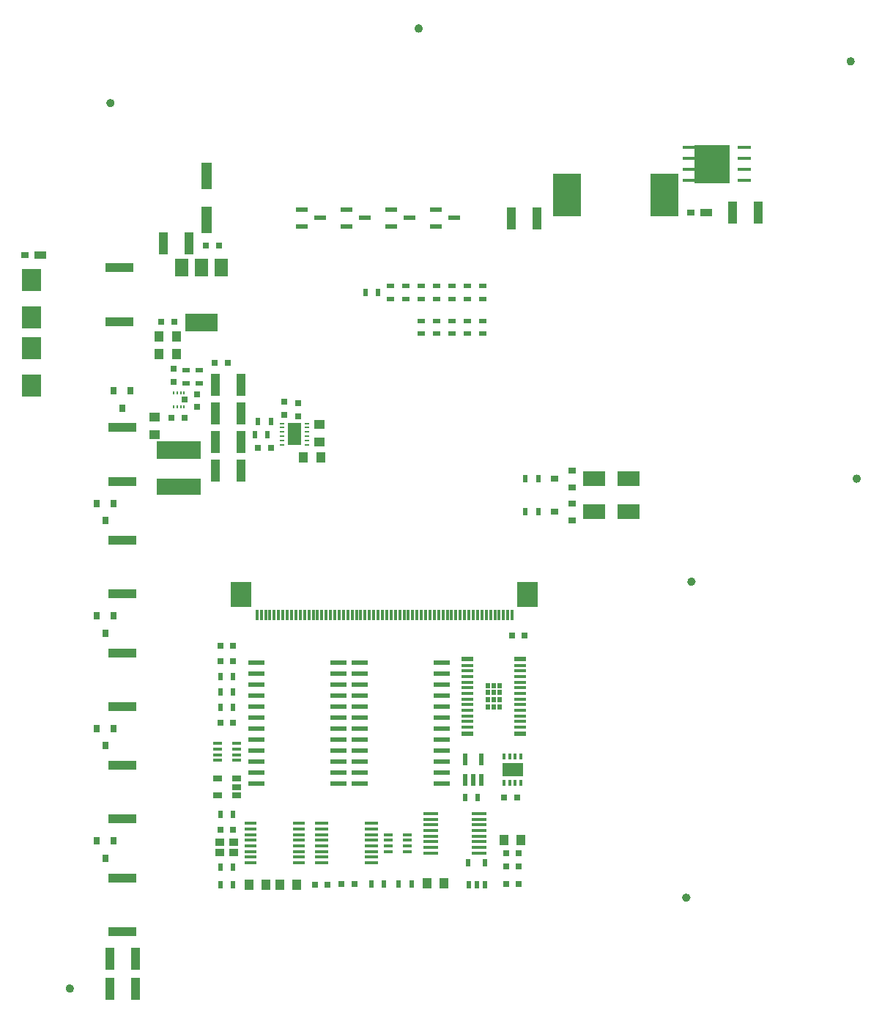
<source format=gtp>
G04 #@! TF.GenerationSoftware,KiCad,Pcbnew,(5.1.6-0-10_14)*
G04 #@! TF.CreationDate,2021-12-06T16:22:22+09:00*
G04 #@! TF.ProjectId,qPCR-main,71504352-2d6d-4616-996e-2e6b69636164,rev?*
G04 #@! TF.SameCoordinates,Original*
G04 #@! TF.FileFunction,Paste,Top*
G04 #@! TF.FilePolarity,Positive*
%FSLAX46Y46*%
G04 Gerber Fmt 4.6, Leading zero omitted, Abs format (unit mm)*
G04 Created by KiCad (PCBNEW (5.1.6-0-10_14)) date 2021-12-06 16:22:22*
%MOMM*%
%LPD*%
G01*
G04 APERTURE LIST*
%ADD10C,0.475000*%
%ADD11C,0.100000*%
%ADD12R,1.000000X1.250000*%
%ADD13R,0.800000X0.750000*%
%ADD14R,1.397000X0.889000*%
%ADD15R,0.863600X0.762000*%
%ADD16R,1.320800X0.558800*%
%ADD17R,1.676400X0.355600*%
%ADD18R,1.350000X0.600000*%
%ADD19R,1.350000X0.400000*%
%ADD20R,3.200000X1.000000*%
%ADD21R,0.800000X0.900000*%
%ADD22R,0.750000X0.800000*%
%ADD23R,1.000000X2.500000*%
%ADD24R,1.250000X1.000000*%
%ADD25R,2.300000X2.500000*%
%ADD26R,0.711200X0.678200*%
%ADD27R,0.200000X0.457200*%
%ADD28R,0.499999X0.249999*%
%ADD29R,1.500000X2.500000*%
%ADD30R,0.900000X0.500000*%
%ADD31R,0.500000X0.900000*%
%ADD32R,5.100000X2.100000*%
%ADD33R,5.100000X1.900000*%
%ADD34R,1.570000X0.410000*%
%ADD35R,1.473200X0.355600*%
%ADD36R,1.000000X0.900000*%
%ADD37R,1.060000X0.650000*%
%ADD38R,1.060000X0.400000*%
%ADD39R,1.500000X2.000000*%
%ADD40R,3.800000X2.000000*%
%ADD41R,2.400000X3.000000*%
%ADD42R,0.300000X1.250000*%
%ADD43R,0.508000X0.825500*%
%ADD44R,1.219200X3.098800*%
%ADD45R,0.558800X1.473200*%
%ADD46R,2.500000X1.800000*%
%ADD47R,0.900000X0.800000*%
%ADD48R,2.400000X1.500000*%
%ADD49R,0.350000X0.650000*%
%ADD50R,1.879600X0.558800*%
%ADD51R,1.516000X0.457200*%
%ADD52R,3.250000X5.000000*%
G04 APERTURE END LIST*
D10*
X159377500Y-137010000D02*
G75*
G03*
X159377500Y-137010000I-237500J0D01*
G01*
X159977500Y-100510000D02*
G75*
G03*
X159977500Y-100510000I-237500J0D01*
G01*
X179077500Y-88610000D02*
G75*
G03*
X179077500Y-88610000I-237500J0D01*
G01*
X178377500Y-40410000D02*
G75*
G03*
X178377500Y-40410000I-237500J0D01*
G01*
X128447500Y-36610000D02*
G75*
G03*
X128447500Y-36610000I-237500J0D01*
G01*
X88137500Y-147500000D02*
G75*
G03*
X88137500Y-147500000I-237500J0D01*
G01*
X92827500Y-45230000D02*
G75*
G03*
X92827500Y-45230000I-237500J0D01*
G01*
D11*
G36*
X136453532Y-114660000D02*
G01*
X136453532Y-115260000D01*
X135953532Y-115260000D01*
X135953532Y-114660000D01*
X136453532Y-114660000D01*
G37*
G36*
X137853532Y-114660000D02*
G01*
X137853532Y-115260000D01*
X137353532Y-115260000D01*
X137353532Y-114660000D01*
X137853532Y-114660000D01*
G37*
G36*
X137853532Y-113840000D02*
G01*
X137853532Y-114440000D01*
X137353532Y-114440000D01*
X137353532Y-113840000D01*
X137853532Y-113840000D01*
G37*
G36*
X136453532Y-113840000D02*
G01*
X136453532Y-114440000D01*
X135953532Y-114440000D01*
X135953532Y-113840000D01*
X136453532Y-113840000D01*
G37*
G36*
X137153532Y-113840000D02*
G01*
X137153532Y-114440000D01*
X136653532Y-114440000D01*
X136653532Y-113840000D01*
X137153532Y-113840000D01*
G37*
G36*
X137153532Y-114660000D02*
G01*
X137153532Y-115260000D01*
X136653532Y-115260000D01*
X136653532Y-114660000D01*
X137153532Y-114660000D01*
G37*
G36*
X136453532Y-112200000D02*
G01*
X136453532Y-112800000D01*
X135953532Y-112800000D01*
X135953532Y-112200000D01*
X136453532Y-112200000D01*
G37*
G36*
X137853532Y-112200000D02*
G01*
X137853532Y-112800000D01*
X137353532Y-112800000D01*
X137353532Y-112200000D01*
X137853532Y-112200000D01*
G37*
G36*
X137153532Y-112200000D02*
G01*
X137153532Y-112800000D01*
X136653532Y-112800000D01*
X136653532Y-112200000D01*
X137153532Y-112200000D01*
G37*
G36*
X137853532Y-113020000D02*
G01*
X137853532Y-113620000D01*
X137353532Y-113620000D01*
X137353532Y-113020000D01*
X137853532Y-113020000D01*
G37*
G36*
X136453532Y-113020000D02*
G01*
X136453532Y-113620000D01*
X135953532Y-113620000D01*
X135953532Y-113020000D01*
X136453532Y-113020000D01*
G37*
G36*
X137153532Y-113020000D02*
G01*
X137153532Y-113620000D01*
X136653532Y-113620000D01*
X136653532Y-113020000D01*
X137153532Y-113020000D01*
G37*
G36*
X160114600Y-54429000D02*
G01*
X164102400Y-54429000D01*
X164102400Y-50111000D01*
X160114600Y-50111000D01*
X160114600Y-54429000D01*
G37*
X160114600Y-54429000D02*
X164102400Y-54429000D01*
X164102400Y-50111000D01*
X160114600Y-50111000D01*
X160114600Y-54429000D01*
D12*
X116880000Y-86140000D03*
X114880000Y-86140000D03*
D13*
X104650000Y-75200000D03*
X106150000Y-75200000D03*
D14*
X84449300Y-62800000D03*
D15*
X82684000Y-62800000D03*
D16*
X116852200Y-58500000D03*
X114667800Y-59439800D03*
X114667800Y-57560200D03*
X122017200Y-58500000D03*
X119832800Y-59439800D03*
X119832800Y-57560200D03*
X130162800Y-57560200D03*
X130162800Y-59439800D03*
X132347200Y-58500000D03*
X124997800Y-57560200D03*
X124997800Y-59439800D03*
X127182200Y-58500000D03*
D17*
X135219400Y-127295001D03*
X135219400Y-127945002D03*
X135219400Y-128595001D03*
X135219400Y-129245002D03*
X135219400Y-129895001D03*
X135219400Y-130544999D03*
X135219400Y-131195001D03*
X135219400Y-131844999D03*
X129580600Y-131844999D03*
X129580600Y-131194998D03*
X129580600Y-130544999D03*
X129580600Y-129894998D03*
X129580600Y-129244999D03*
X129580600Y-128595001D03*
X129580600Y-127944999D03*
X129580600Y-127295001D03*
D13*
X106790000Y-109680000D03*
X105290000Y-109680000D03*
D18*
X139953532Y-109415000D03*
X133853532Y-109415000D03*
D19*
X139953532Y-110165000D03*
X133853532Y-110165000D03*
X139953532Y-110815000D03*
X133853532Y-110815000D03*
X139953532Y-111465000D03*
X133853532Y-111465000D03*
X139953532Y-112115000D03*
X133853532Y-112115000D03*
X139953532Y-112765000D03*
X133853532Y-112765000D03*
X139953532Y-113415000D03*
X133853532Y-113415000D03*
X139953532Y-114065000D03*
X133853532Y-114065000D03*
X139953532Y-114715000D03*
X133853532Y-114715000D03*
X139953532Y-115365000D03*
X133853532Y-115365000D03*
X139953532Y-116015000D03*
X133853532Y-116015000D03*
X139953532Y-116665000D03*
X133853532Y-116665000D03*
X139953532Y-117315000D03*
X133853532Y-117315000D03*
D18*
X139953532Y-118065000D03*
X133853532Y-118065000D03*
D20*
X93936000Y-82720000D03*
X93936000Y-88920000D03*
D21*
X92926000Y-91450000D03*
X91026000Y-91450000D03*
X91976000Y-93450000D03*
D13*
X111150000Y-85010000D03*
X109650000Y-85010000D03*
D22*
X114290000Y-79890000D03*
X114290000Y-81390000D03*
D23*
X107700000Y-84400000D03*
X104700000Y-84400000D03*
D24*
X116770000Y-84380000D03*
X116770000Y-82380000D03*
D22*
X112670000Y-81220000D03*
X112670000Y-79720000D03*
D23*
X104700000Y-87700000D03*
X107700000Y-87700000D03*
D25*
X83500000Y-65650000D03*
X83500000Y-69950000D03*
X83500000Y-73550000D03*
X83500000Y-77850000D03*
D26*
X101158000Y-79500000D03*
D27*
X99910001Y-78725000D03*
X100310000Y-78725000D03*
X100710000Y-78725000D03*
X101109999Y-78725000D03*
X101109999Y-80275000D03*
X100710000Y-80275000D03*
X100310000Y-80275000D03*
X99910001Y-80275000D03*
D28*
X112380000Y-82220000D03*
X112380000Y-82719999D03*
X112380000Y-83220000D03*
X112380000Y-83720000D03*
X112380000Y-84220001D03*
X112380000Y-84720000D03*
X115280000Y-84720000D03*
X115280000Y-84220001D03*
X115280000Y-83720000D03*
X115280000Y-83220000D03*
X115280000Y-82719999D03*
X115280000Y-82220000D03*
D29*
X113830000Y-83470000D03*
D13*
X99660000Y-81570000D03*
X101160000Y-81570000D03*
D24*
X97690000Y-83520000D03*
X97690000Y-81520000D03*
D23*
X95510000Y-144040000D03*
X92510000Y-144040000D03*
D22*
X102560000Y-80340000D03*
X102560000Y-78840000D03*
D21*
X91976000Y-106450000D03*
X91026000Y-104450000D03*
X92926000Y-104450000D03*
X93936000Y-80450000D03*
X92986000Y-78450000D03*
X94886000Y-78450000D03*
X91976000Y-132450000D03*
X91026000Y-130450000D03*
X92926000Y-130450000D03*
X92926000Y-117450000D03*
X91026000Y-117450000D03*
X91976000Y-119450000D03*
D23*
X104700000Y-81100000D03*
X107700000Y-81100000D03*
D20*
X93936000Y-101920000D03*
X93936000Y-95720000D03*
D30*
X101320000Y-77580000D03*
X101320000Y-76080000D03*
X102870000Y-76070000D03*
X102870000Y-77570000D03*
D31*
X111150000Y-81980000D03*
X109650000Y-81980000D03*
D20*
X93936000Y-134720000D03*
X93936000Y-140920000D03*
X93936000Y-127920000D03*
X93936000Y-121720000D03*
X93936000Y-108720000D03*
X93936000Y-114920000D03*
D31*
X109250000Y-83540000D03*
X110750000Y-83540000D03*
D20*
X93620000Y-70460000D03*
X93620000Y-64260000D03*
D31*
X105290000Y-135468000D03*
X106790000Y-135468000D03*
D12*
X114152000Y-135468000D03*
X112152000Y-135468000D03*
D32*
X100500000Y-85300000D03*
D33*
X100500000Y-89500000D03*
D12*
X110596000Y-135468000D03*
X108596000Y-135468000D03*
D13*
X98450000Y-70500000D03*
X99950000Y-70500000D03*
D12*
X100200000Y-72200000D03*
X98200000Y-72200000D03*
D22*
X99870000Y-75930000D03*
X99870000Y-77430000D03*
D23*
X92530000Y-147530000D03*
X95530000Y-147530000D03*
D12*
X100200000Y-74200000D03*
X98200000Y-74200000D03*
D34*
X122730000Y-128425000D03*
X122730000Y-129075000D03*
X122730000Y-129725000D03*
X122730000Y-130375000D03*
X122730000Y-131025000D03*
X122730000Y-131675000D03*
X122730000Y-132325000D03*
X122730000Y-132975000D03*
X116990000Y-132975000D03*
X116990000Y-132325000D03*
X116990000Y-131675000D03*
X116990000Y-131025000D03*
X116990000Y-130375000D03*
X116990000Y-129725000D03*
X116990000Y-129075000D03*
X116990000Y-128425000D03*
D35*
X114399400Y-128425001D03*
X114399400Y-129075002D03*
X114399400Y-129725001D03*
X114399400Y-130375002D03*
X114399400Y-131025001D03*
X114399400Y-131674999D03*
X114399400Y-132325001D03*
X114399400Y-132974999D03*
X108760600Y-132974999D03*
X108760600Y-132324998D03*
X108760600Y-131674999D03*
X108760600Y-131024998D03*
X108760600Y-130374999D03*
X108760600Y-129725001D03*
X108760600Y-129074999D03*
X108760600Y-128425001D03*
D31*
X105290000Y-133436000D03*
X106790000Y-133436000D03*
D13*
X105290000Y-129118000D03*
X106790000Y-129118000D03*
D36*
X105227500Y-131822500D03*
X106852500Y-131822500D03*
X106852500Y-130597500D03*
X105227500Y-130597500D03*
D37*
X104940000Y-125160000D03*
X104940000Y-123260000D03*
X107140000Y-123260000D03*
X107140000Y-124210000D03*
X107140000Y-125160000D03*
D38*
X104940000Y-119180000D03*
X104940000Y-119830000D03*
X104940000Y-120490000D03*
X104940000Y-121140000D03*
X107140000Y-121140000D03*
X107140000Y-120490000D03*
X107140000Y-119830000D03*
X107140000Y-119180000D03*
X124700000Y-131680000D03*
X124700000Y-131030000D03*
X124700000Y-130370000D03*
X124700000Y-129720000D03*
X126900000Y-129720000D03*
X126900000Y-130370000D03*
X126900000Y-131030000D03*
X126900000Y-131680000D03*
D39*
X105400000Y-64250000D03*
X100800000Y-64250000D03*
X103100000Y-64250000D03*
D40*
X103100000Y-70550000D03*
D41*
X107720000Y-102015000D03*
X140820000Y-102015000D03*
D42*
X109520000Y-104340000D03*
X110020000Y-104340000D03*
X110520000Y-104340000D03*
X111020000Y-104340000D03*
X111520000Y-104340000D03*
X112020000Y-104340000D03*
X112520000Y-104340000D03*
X113020000Y-104340000D03*
X113520000Y-104340000D03*
X114020000Y-104340000D03*
X114520000Y-104340000D03*
X115020000Y-104340000D03*
X115520000Y-104340000D03*
X116020000Y-104340000D03*
X116520000Y-104340000D03*
X117020000Y-104340000D03*
X117520000Y-104340000D03*
X118020000Y-104340000D03*
X118520000Y-104340000D03*
X119020000Y-104340000D03*
X119520000Y-104340000D03*
X120020000Y-104340000D03*
X120520000Y-104340000D03*
X121020000Y-104340000D03*
X121520000Y-104340000D03*
X122020000Y-104340000D03*
X122520000Y-104340000D03*
X123020000Y-104340000D03*
X123520000Y-104340000D03*
X124020000Y-104340000D03*
X124520000Y-104340000D03*
X125020000Y-104340000D03*
X125520000Y-104340000D03*
X126020000Y-104340000D03*
X126520000Y-104340000D03*
X127020000Y-104340000D03*
X127520000Y-104340000D03*
X128020000Y-104340000D03*
X128520000Y-104340000D03*
X129020000Y-104340000D03*
X129520000Y-104340000D03*
X130020000Y-104340000D03*
X130520000Y-104340000D03*
X131020000Y-104340000D03*
X131520000Y-104340000D03*
X132020000Y-104340000D03*
X132520000Y-104340000D03*
X133020000Y-104340000D03*
X133520000Y-104340000D03*
X134020000Y-104340000D03*
X134520000Y-104340000D03*
X135020000Y-104340000D03*
X135520000Y-104340000D03*
X136020000Y-104340000D03*
X136520000Y-104340000D03*
X137020000Y-104340000D03*
X137520000Y-104340000D03*
X138020000Y-104340000D03*
X138520000Y-104340000D03*
X139020000Y-104340000D03*
D43*
X133957500Y-132976350D03*
X135862500Y-132976350D03*
X135849800Y-135503650D03*
X134910000Y-135503650D03*
X133970200Y-135503650D03*
D44*
X103700000Y-53647300D03*
X103700000Y-58752700D03*
D13*
X120820000Y-135440000D03*
X119320000Y-135440000D03*
X117700000Y-135480000D03*
X116200000Y-135480000D03*
X105290000Y-107902000D03*
X106790000Y-107902000D03*
X106790000Y-116792000D03*
X105290000Y-116792000D03*
X138100000Y-125410000D03*
X139600000Y-125410000D03*
X140480000Y-106720000D03*
X138980000Y-106720000D03*
D12*
X138060000Y-130360000D03*
X140060000Y-130360000D03*
D23*
X98700000Y-61400000D03*
X101700000Y-61400000D03*
D13*
X138310000Y-131884000D03*
X139810000Y-131884000D03*
X103650000Y-61700000D03*
X105150000Y-61700000D03*
X138310000Y-133408000D03*
X139810000Y-133408000D03*
D23*
X107700000Y-77800000D03*
X104700000Y-77800000D03*
D13*
X138310000Y-135440000D03*
X139810000Y-135440000D03*
D30*
X128516000Y-71880000D03*
X128516000Y-70380000D03*
X130294000Y-70380000D03*
X130294000Y-71880000D03*
X128516000Y-67850000D03*
X128516000Y-66350000D03*
X130294000Y-66350000D03*
X130294000Y-67850000D03*
X126738000Y-66350000D03*
X126738000Y-67850000D03*
X133850000Y-70380000D03*
X133850000Y-71880000D03*
X132072000Y-70380000D03*
X132072000Y-71880000D03*
X133850000Y-66350000D03*
X133850000Y-67850000D03*
X132072000Y-66350000D03*
X132072000Y-67850000D03*
D31*
X105290000Y-127340000D03*
X106790000Y-127340000D03*
X106790000Y-113236000D03*
X105290000Y-113236000D03*
X105290000Y-111458000D03*
X106790000Y-111458000D03*
X106790000Y-115014000D03*
X105290000Y-115014000D03*
X135060000Y-125410000D03*
X133560000Y-125410000D03*
X122720000Y-135440000D03*
X124220000Y-135440000D03*
X125880000Y-135440000D03*
X127380000Y-135440000D03*
D30*
X124960000Y-66350000D03*
X124960000Y-67850000D03*
D31*
X122040000Y-67100000D03*
X123540000Y-67100000D03*
D45*
X133569999Y-121016200D03*
X135470001Y-121016200D03*
X135470001Y-123403800D03*
X134520000Y-123403800D03*
X133569999Y-123403800D03*
D46*
X152510000Y-88646000D03*
X148510000Y-88646000D03*
X148510000Y-92456000D03*
X152510000Y-92456000D03*
D47*
X145910000Y-89596000D03*
X145910000Y-87696000D03*
X143910000Y-88646000D03*
X143910000Y-92456000D03*
X145910000Y-91506000D03*
X145910000Y-93406000D03*
D31*
X140550000Y-88646000D03*
X142050000Y-88646000D03*
X140550000Y-92456000D03*
X142050000Y-92456000D03*
D48*
X139060000Y-122210000D03*
D49*
X140035000Y-123760000D03*
X139385000Y-123760000D03*
X138734999Y-123760000D03*
X138085001Y-123760000D03*
X138085001Y-120660000D03*
X138734999Y-120660000D03*
X139385000Y-120660000D03*
X140035000Y-120660000D03*
D50*
X121392900Y-109825000D03*
X121392900Y-111095000D03*
X121392900Y-112365000D03*
X121392900Y-113635000D03*
X121392900Y-114905000D03*
X121392900Y-116175000D03*
X121392900Y-117445000D03*
X121392900Y-118715000D03*
X121392900Y-119985000D03*
X121392900Y-121255000D03*
X121392900Y-122525000D03*
X121392900Y-123795000D03*
X130867100Y-123795000D03*
X130867100Y-122525000D03*
X130867100Y-121255000D03*
X130867100Y-119985000D03*
X130867100Y-118715000D03*
X130867100Y-117445000D03*
X130867100Y-116175000D03*
X130867100Y-114905000D03*
X130867100Y-113635000D03*
X130867100Y-112365000D03*
X130867100Y-111095000D03*
X130867100Y-109825000D03*
X109474900Y-109825000D03*
X109474900Y-111095000D03*
X109474900Y-112365000D03*
X109474900Y-113635000D03*
X109474900Y-114905000D03*
X109474900Y-116175000D03*
X109474900Y-117445000D03*
X109474900Y-118715000D03*
X109474900Y-119985000D03*
X109474900Y-121255000D03*
X109474900Y-122525000D03*
X109474900Y-123795000D03*
X118949100Y-123795000D03*
X118949100Y-122525000D03*
X118949100Y-121255000D03*
X118949100Y-119985000D03*
X118949100Y-118715000D03*
X118949100Y-117445000D03*
X118949100Y-116175000D03*
X118949100Y-114905000D03*
X118949100Y-113635000D03*
X118949100Y-112365000D03*
X118949100Y-111095000D03*
X118949100Y-109825000D03*
D12*
X131160000Y-135320000D03*
X129160000Y-135320000D03*
D15*
X159674000Y-57840000D03*
D14*
X161439300Y-57840000D03*
D51*
X159509000Y-54175000D03*
X159509000Y-52905000D03*
X159509000Y-51635000D03*
X159509000Y-50365000D03*
X165851000Y-50365000D03*
X165851000Y-51635000D03*
X165851000Y-52905000D03*
X165851000Y-54175000D03*
D23*
X164490000Y-57840000D03*
X167490000Y-57840000D03*
X141910000Y-58530000D03*
X138910000Y-58530000D03*
D30*
X135628000Y-70380000D03*
X135628000Y-71880000D03*
X135628000Y-67850000D03*
X135628000Y-66350000D03*
D52*
X156595000Y-55830000D03*
X145345000Y-55830000D03*
M02*

</source>
